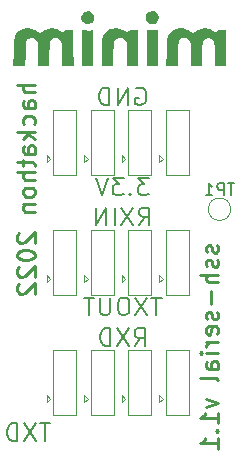
<source format=gbo>
G04 #@! TF.GenerationSoftware,KiCad,Pcbnew,6.0.10-86aedd382b~118~ubuntu22.04.1*
G04 #@! TF.CreationDate,2023-01-28T15:28:02-08:00*
G04 #@! TF.ProjectId,esp8266-dongle,65737038-3236-4362-9d64-6f6e676c652e,rev?*
G04 #@! TF.SameCoordinates,Original*
G04 #@! TF.FileFunction,Legend,Bot*
G04 #@! TF.FilePolarity,Positive*
%FSLAX46Y46*%
G04 Gerber Fmt 4.6, Leading zero omitted, Abs format (unit mm)*
G04 Created by KiCad (PCBNEW 6.0.10-86aedd382b~118~ubuntu22.04.1) date 2023-01-28 15:28:02*
%MOMM*%
%LPD*%
G01*
G04 APERTURE LIST*
%ADD10C,0.200000*%
%ADD11C,0.250000*%
%ADD12C,0.150000*%
%ADD13C,0.120000*%
G04 APERTURE END LIST*
D10*
X119490714Y-94428571D02*
X118633571Y-94428571D01*
X119062142Y-95928571D02*
X119062142Y-94428571D01*
X118276428Y-94428571D02*
X117276428Y-95928571D01*
X117276428Y-94428571D02*
X118276428Y-95928571D01*
X116419285Y-94428571D02*
X116133571Y-94428571D01*
X115990714Y-94500000D01*
X115847857Y-94642857D01*
X115776428Y-94928571D01*
X115776428Y-95428571D01*
X115847857Y-95714285D01*
X115990714Y-95857142D01*
X116133571Y-95928571D01*
X116419285Y-95928571D01*
X116562142Y-95857142D01*
X116705000Y-95714285D01*
X116776428Y-95428571D01*
X116776428Y-94928571D01*
X116705000Y-94642857D01*
X116562142Y-94500000D01*
X116419285Y-94428571D01*
X115133571Y-94428571D02*
X115133571Y-95642857D01*
X115062142Y-95785714D01*
X114990714Y-95857142D01*
X114847857Y-95928571D01*
X114562142Y-95928571D01*
X114419285Y-95857142D01*
X114347857Y-95785714D01*
X114276428Y-95642857D01*
X114276428Y-94428571D01*
X113776428Y-94428571D02*
X112919285Y-94428571D01*
X113347857Y-95928571D02*
X113347857Y-94428571D01*
X110042857Y-105078571D02*
X109185714Y-105078571D01*
X109614285Y-106578571D02*
X109614285Y-105078571D01*
X108828571Y-105078571D02*
X107828571Y-106578571D01*
X107828571Y-105078571D02*
X108828571Y-106578571D01*
X107257142Y-106578571D02*
X107257142Y-105078571D01*
X106900000Y-105078571D01*
X106685714Y-105150000D01*
X106542857Y-105292857D01*
X106471428Y-105435714D01*
X106400000Y-105721428D01*
X106400000Y-105935714D01*
X106471428Y-106221428D01*
X106542857Y-106364285D01*
X106685714Y-106507142D01*
X106900000Y-106578571D01*
X107257142Y-106578571D01*
X117205000Y-98528571D02*
X117705000Y-97814285D01*
X118062142Y-98528571D02*
X118062142Y-97028571D01*
X117490714Y-97028571D01*
X117347857Y-97100000D01*
X117276428Y-97171428D01*
X117205000Y-97314285D01*
X117205000Y-97528571D01*
X117276428Y-97671428D01*
X117347857Y-97742857D01*
X117490714Y-97814285D01*
X118062142Y-97814285D01*
X116705000Y-97028571D02*
X115705000Y-98528571D01*
X115705000Y-97028571D02*
X116705000Y-98528571D01*
X115133571Y-98528571D02*
X115133571Y-97028571D01*
X114776428Y-97028571D01*
X114562142Y-97100000D01*
X114419285Y-97242857D01*
X114347857Y-97385714D01*
X114276428Y-97671428D01*
X114276428Y-97885714D01*
X114347857Y-98171428D01*
X114419285Y-98314285D01*
X114562142Y-98457142D01*
X114776428Y-98528571D01*
X115133571Y-98528571D01*
X118419285Y-84268571D02*
X117490714Y-84268571D01*
X117990714Y-84840000D01*
X117776428Y-84840000D01*
X117633571Y-84911428D01*
X117562142Y-84982857D01*
X117490714Y-85125714D01*
X117490714Y-85482857D01*
X117562142Y-85625714D01*
X117633571Y-85697142D01*
X117776428Y-85768571D01*
X118205000Y-85768571D01*
X118347857Y-85697142D01*
X118419285Y-85625714D01*
X116847857Y-85625714D02*
X116776428Y-85697142D01*
X116847857Y-85768571D01*
X116919285Y-85697142D01*
X116847857Y-85625714D01*
X116847857Y-85768571D01*
X116276428Y-84268571D02*
X115347857Y-84268571D01*
X115847857Y-84840000D01*
X115633571Y-84840000D01*
X115490714Y-84911428D01*
X115419285Y-84982857D01*
X115347857Y-85125714D01*
X115347857Y-85482857D01*
X115419285Y-85625714D01*
X115490714Y-85697142D01*
X115633571Y-85768571D01*
X116062142Y-85768571D01*
X116205000Y-85697142D01*
X116276428Y-85625714D01*
X114919285Y-84268571D02*
X114419285Y-85768571D01*
X113919285Y-84268571D01*
X117597857Y-88308571D02*
X118097857Y-87594285D01*
X118455000Y-88308571D02*
X118455000Y-86808571D01*
X117883571Y-86808571D01*
X117740714Y-86880000D01*
X117669285Y-86951428D01*
X117597857Y-87094285D01*
X117597857Y-87308571D01*
X117669285Y-87451428D01*
X117740714Y-87522857D01*
X117883571Y-87594285D01*
X118455000Y-87594285D01*
X117097857Y-86808571D02*
X116097857Y-88308571D01*
X116097857Y-86808571D02*
X117097857Y-88308571D01*
X115526428Y-88308571D02*
X115526428Y-86808571D01*
X114812142Y-88308571D02*
X114812142Y-86808571D01*
X113955000Y-88308571D01*
X113955000Y-86808571D01*
D11*
X124207142Y-89992857D02*
X124278571Y-90135714D01*
X124278571Y-90421428D01*
X124207142Y-90564285D01*
X124064285Y-90635714D01*
X123992857Y-90635714D01*
X123850000Y-90564285D01*
X123778571Y-90421428D01*
X123778571Y-90207142D01*
X123707142Y-90064285D01*
X123564285Y-89992857D01*
X123492857Y-89992857D01*
X123350000Y-90064285D01*
X123278571Y-90207142D01*
X123278571Y-90421428D01*
X123350000Y-90564285D01*
X124207142Y-91207142D02*
X124278571Y-91350000D01*
X124278571Y-91635714D01*
X124207142Y-91778571D01*
X124064285Y-91850000D01*
X123992857Y-91850000D01*
X123850000Y-91778571D01*
X123778571Y-91635714D01*
X123778571Y-91421428D01*
X123707142Y-91278571D01*
X123564285Y-91207142D01*
X123492857Y-91207142D01*
X123350000Y-91278571D01*
X123278571Y-91421428D01*
X123278571Y-91635714D01*
X123350000Y-91778571D01*
X124278571Y-92492857D02*
X122778571Y-92492857D01*
X124278571Y-93135714D02*
X123492857Y-93135714D01*
X123350000Y-93064285D01*
X123278571Y-92921428D01*
X123278571Y-92707142D01*
X123350000Y-92564285D01*
X123421428Y-92492857D01*
X123707142Y-93850000D02*
X123707142Y-94992857D01*
X124207142Y-95635714D02*
X124278571Y-95778571D01*
X124278571Y-96064285D01*
X124207142Y-96207142D01*
X124064285Y-96278571D01*
X123992857Y-96278571D01*
X123850000Y-96207142D01*
X123778571Y-96064285D01*
X123778571Y-95850000D01*
X123707142Y-95707142D01*
X123564285Y-95635714D01*
X123492857Y-95635714D01*
X123350000Y-95707142D01*
X123278571Y-95850000D01*
X123278571Y-96064285D01*
X123350000Y-96207142D01*
X124207142Y-97492857D02*
X124278571Y-97350000D01*
X124278571Y-97064285D01*
X124207142Y-96921428D01*
X124064285Y-96850000D01*
X123492857Y-96850000D01*
X123350000Y-96921428D01*
X123278571Y-97064285D01*
X123278571Y-97350000D01*
X123350000Y-97492857D01*
X123492857Y-97564285D01*
X123635714Y-97564285D01*
X123778571Y-96850000D01*
X124278571Y-98207142D02*
X123278571Y-98207142D01*
X123564285Y-98207142D02*
X123421428Y-98278571D01*
X123350000Y-98350000D01*
X123278571Y-98492857D01*
X123278571Y-98635714D01*
X124278571Y-99135714D02*
X123278571Y-99135714D01*
X122778571Y-99135714D02*
X122850000Y-99064285D01*
X122921428Y-99135714D01*
X122850000Y-99207142D01*
X122778571Y-99135714D01*
X122921428Y-99135714D01*
X124278571Y-100492857D02*
X123492857Y-100492857D01*
X123350000Y-100421428D01*
X123278571Y-100278571D01*
X123278571Y-99992857D01*
X123350000Y-99850000D01*
X124207142Y-100492857D02*
X124278571Y-100350000D01*
X124278571Y-99992857D01*
X124207142Y-99850000D01*
X124064285Y-99778571D01*
X123921428Y-99778571D01*
X123778571Y-99850000D01*
X123707142Y-99992857D01*
X123707142Y-100350000D01*
X123635714Y-100492857D01*
X124278571Y-101421428D02*
X124207142Y-101278571D01*
X124064285Y-101207142D01*
X122778571Y-101207142D01*
X123278571Y-102992857D02*
X124278571Y-103350000D01*
X123278571Y-103707142D01*
X124278571Y-105064285D02*
X124278571Y-104207142D01*
X124278571Y-104635714D02*
X122778571Y-104635714D01*
X122992857Y-104492857D01*
X123135714Y-104350000D01*
X123207142Y-104207142D01*
X124135714Y-105707142D02*
X124207142Y-105778571D01*
X124278571Y-105707142D01*
X124207142Y-105635714D01*
X124135714Y-105707142D01*
X124278571Y-105707142D01*
X124278571Y-107207142D02*
X124278571Y-106350000D01*
X124278571Y-106778571D02*
X122778571Y-106778571D01*
X122992857Y-106635714D01*
X123135714Y-106492857D01*
X123207142Y-106350000D01*
D10*
X117347857Y-76720000D02*
X117490714Y-76648571D01*
X117705000Y-76648571D01*
X117919285Y-76720000D01*
X118062142Y-76862857D01*
X118133571Y-77005714D01*
X118205000Y-77291428D01*
X118205000Y-77505714D01*
X118133571Y-77791428D01*
X118062142Y-77934285D01*
X117919285Y-78077142D01*
X117705000Y-78148571D01*
X117562142Y-78148571D01*
X117347857Y-78077142D01*
X117276428Y-78005714D01*
X117276428Y-77505714D01*
X117562142Y-77505714D01*
X116633571Y-78148571D02*
X116633571Y-76648571D01*
X115776428Y-78148571D01*
X115776428Y-76648571D01*
X115062142Y-78148571D02*
X115062142Y-76648571D01*
X114705000Y-76648571D01*
X114490714Y-76720000D01*
X114347857Y-76862857D01*
X114276428Y-77005714D01*
X114205000Y-77291428D01*
X114205000Y-77505714D01*
X114276428Y-77791428D01*
X114347857Y-77934285D01*
X114490714Y-78077142D01*
X114705000Y-78148571D01*
X115062142Y-78148571D01*
D11*
X108755571Y-76395571D02*
X107255571Y-76395571D01*
X108755571Y-77038428D02*
X107969857Y-77038428D01*
X107827000Y-76967000D01*
X107755571Y-76824142D01*
X107755571Y-76609857D01*
X107827000Y-76467000D01*
X107898428Y-76395571D01*
X108755571Y-78395571D02*
X107969857Y-78395571D01*
X107827000Y-78324142D01*
X107755571Y-78181285D01*
X107755571Y-77895571D01*
X107827000Y-77752714D01*
X108684142Y-78395571D02*
X108755571Y-78252714D01*
X108755571Y-77895571D01*
X108684142Y-77752714D01*
X108541285Y-77681285D01*
X108398428Y-77681285D01*
X108255571Y-77752714D01*
X108184142Y-77895571D01*
X108184142Y-78252714D01*
X108112714Y-78395571D01*
X108684142Y-79752714D02*
X108755571Y-79609857D01*
X108755571Y-79324142D01*
X108684142Y-79181285D01*
X108612714Y-79109857D01*
X108469857Y-79038428D01*
X108041285Y-79038428D01*
X107898428Y-79109857D01*
X107827000Y-79181285D01*
X107755571Y-79324142D01*
X107755571Y-79609857D01*
X107827000Y-79752714D01*
X108755571Y-80395571D02*
X107255571Y-80395571D01*
X108184142Y-80538428D02*
X108755571Y-80967000D01*
X107755571Y-80967000D02*
X108327000Y-80395571D01*
X108755571Y-82252714D02*
X107969857Y-82252714D01*
X107827000Y-82181285D01*
X107755571Y-82038428D01*
X107755571Y-81752714D01*
X107827000Y-81609857D01*
X108684142Y-82252714D02*
X108755571Y-82109857D01*
X108755571Y-81752714D01*
X108684142Y-81609857D01*
X108541285Y-81538428D01*
X108398428Y-81538428D01*
X108255571Y-81609857D01*
X108184142Y-81752714D01*
X108184142Y-82109857D01*
X108112714Y-82252714D01*
X107755571Y-82752714D02*
X107755571Y-83324142D01*
X107255571Y-82967000D02*
X108541285Y-82967000D01*
X108684142Y-83038428D01*
X108755571Y-83181285D01*
X108755571Y-83324142D01*
X108755571Y-83824142D02*
X107255571Y-83824142D01*
X108755571Y-84467000D02*
X107969857Y-84467000D01*
X107827000Y-84395571D01*
X107755571Y-84252714D01*
X107755571Y-84038428D01*
X107827000Y-83895571D01*
X107898428Y-83824142D01*
X108755571Y-85395571D02*
X108684142Y-85252714D01*
X108612714Y-85181285D01*
X108469857Y-85109857D01*
X108041285Y-85109857D01*
X107898428Y-85181285D01*
X107827000Y-85252714D01*
X107755571Y-85395571D01*
X107755571Y-85609857D01*
X107827000Y-85752714D01*
X107898428Y-85824142D01*
X108041285Y-85895571D01*
X108469857Y-85895571D01*
X108612714Y-85824142D01*
X108684142Y-85752714D01*
X108755571Y-85609857D01*
X108755571Y-85395571D01*
X107755571Y-86538428D02*
X108755571Y-86538428D01*
X107898428Y-86538428D02*
X107827000Y-86609857D01*
X107755571Y-86752714D01*
X107755571Y-86967000D01*
X107827000Y-87109857D01*
X107969857Y-87181285D01*
X108755571Y-87181285D01*
X107398428Y-88967000D02*
X107327000Y-89038428D01*
X107255571Y-89181285D01*
X107255571Y-89538428D01*
X107327000Y-89681285D01*
X107398428Y-89752714D01*
X107541285Y-89824142D01*
X107684142Y-89824142D01*
X107898428Y-89752714D01*
X108755571Y-88895571D01*
X108755571Y-89824142D01*
X107255571Y-90752714D02*
X107255571Y-90895571D01*
X107327000Y-91038428D01*
X107398428Y-91109857D01*
X107541285Y-91181285D01*
X107827000Y-91252714D01*
X108184142Y-91252714D01*
X108469857Y-91181285D01*
X108612714Y-91109857D01*
X108684142Y-91038428D01*
X108755571Y-90895571D01*
X108755571Y-90752714D01*
X108684142Y-90609857D01*
X108612714Y-90538428D01*
X108469857Y-90467000D01*
X108184142Y-90395571D01*
X107827000Y-90395571D01*
X107541285Y-90467000D01*
X107398428Y-90538428D01*
X107327000Y-90609857D01*
X107255571Y-90752714D01*
X107398428Y-91824142D02*
X107327000Y-91895571D01*
X107255571Y-92038428D01*
X107255571Y-92395571D01*
X107327000Y-92538428D01*
X107398428Y-92609857D01*
X107541285Y-92681285D01*
X107684142Y-92681285D01*
X107898428Y-92609857D01*
X108755571Y-91752714D01*
X108755571Y-92681285D01*
X107398428Y-93252714D02*
X107327000Y-93324142D01*
X107255571Y-93467000D01*
X107255571Y-93824142D01*
X107327000Y-93967000D01*
X107398428Y-94038428D01*
X107541285Y-94109857D01*
X107684142Y-94109857D01*
X107898428Y-94038428D01*
X108755571Y-93181285D01*
X108755571Y-94109857D01*
D12*
G04 #@! TO.C,TP1*
X125661904Y-84754380D02*
X125090476Y-84754380D01*
X125376190Y-85754380D02*
X125376190Y-84754380D01*
X124757142Y-85754380D02*
X124757142Y-84754380D01*
X124376190Y-84754380D01*
X124280952Y-84802000D01*
X124233333Y-84849619D01*
X124185714Y-84944857D01*
X124185714Y-85087714D01*
X124233333Y-85182952D01*
X124280952Y-85230571D01*
X124376190Y-85278190D01*
X124757142Y-85278190D01*
X123233333Y-85754380D02*
X123804761Y-85754380D01*
X123519047Y-85754380D02*
X123519047Y-84754380D01*
X123614285Y-84897238D01*
X123709523Y-84992476D01*
X123804761Y-85040095D01*
D13*
G04 #@! TO.C,JP9*
X112275000Y-98850000D02*
X110325000Y-98850000D01*
X110325000Y-98850000D02*
X110325000Y-104350000D01*
X109775000Y-102700000D02*
X110075000Y-103000000D01*
X110325000Y-104350000D02*
X112275000Y-104350000D01*
X110075000Y-103000000D02*
X109775000Y-103300000D01*
X112275000Y-104350000D02*
X112275000Y-98850000D01*
X109775000Y-103300000D02*
X109775000Y-102700000D01*
G04 #@! TO.C,TP1*
X125350000Y-86950000D02*
G75*
G03*
X125350000Y-86950000I-950000J0D01*
G01*
G04 #@! TO.C,JP4*
X121800000Y-88690000D02*
X119850000Y-88690000D01*
X119300000Y-92540000D02*
X119600000Y-92840000D01*
X121800000Y-94190000D02*
X121800000Y-88690000D01*
X119850000Y-94190000D02*
X121800000Y-94190000D01*
X119300000Y-93140000D02*
X119300000Y-92540000D01*
X119600000Y-92840000D02*
X119300000Y-93140000D01*
X119850000Y-88690000D02*
X119850000Y-94190000D01*
G04 #@! TO.C,JP7*
X112950000Y-93140000D02*
X112950000Y-92540000D01*
X112950000Y-92540000D02*
X113250000Y-92840000D01*
X115450000Y-88690000D02*
X113500000Y-88690000D01*
X115450000Y-94190000D02*
X115450000Y-88690000D01*
X113500000Y-94190000D02*
X115450000Y-94190000D01*
X113250000Y-92840000D02*
X112950000Y-93140000D01*
X113500000Y-88690000D02*
X113500000Y-94190000D01*
G04 #@! TO.C,JP12*
X116425000Y-103000000D02*
X116125000Y-103300000D01*
X118625000Y-98850000D02*
X116675000Y-98850000D01*
X118625000Y-104350000D02*
X118625000Y-98850000D01*
X116675000Y-104350000D02*
X118625000Y-104350000D01*
X116675000Y-98850000D02*
X116675000Y-104350000D01*
X116125000Y-102700000D02*
X116425000Y-103000000D01*
X116125000Y-103300000D02*
X116125000Y-102700000D01*
G04 #@! TO.C,JP8*
X118625000Y-94190000D02*
X118625000Y-88690000D01*
X116425000Y-92840000D02*
X116125000Y-93140000D01*
X116125000Y-93140000D02*
X116125000Y-92540000D01*
X118625000Y-88690000D02*
X116675000Y-88690000D01*
X116675000Y-88690000D02*
X116675000Y-94190000D01*
X116125000Y-92540000D02*
X116425000Y-92840000D01*
X116675000Y-94190000D02*
X118625000Y-94190000D01*
G04 #@! TO.C,G\u002A\u002A\u002A*
G36*
X118852408Y-70203759D02*
G01*
X118994178Y-70257304D01*
X119117803Y-70352864D01*
X119213607Y-70492581D01*
X119255355Y-70612152D01*
X119266023Y-70781025D01*
X119225114Y-70942303D01*
X119136299Y-71083759D01*
X119003249Y-71193166D01*
X118924515Y-71226148D01*
X118783190Y-71252386D01*
X118633045Y-71252256D01*
X118501447Y-71224073D01*
X118380046Y-71156625D01*
X118262914Y-71036946D01*
X118185004Y-70888529D01*
X118156722Y-70726395D01*
X118162501Y-70644959D01*
X118209978Y-70491357D01*
X118297358Y-70366929D01*
X118414966Y-70273815D01*
X118553127Y-70214154D01*
X118702165Y-70190089D01*
X118852408Y-70203759D01*
G37*
G36*
X121512898Y-71658615D02*
G01*
X121748124Y-71761398D01*
X121984976Y-71920092D01*
X122169882Y-72064021D01*
X122304988Y-71931713D01*
X122371872Y-71871018D01*
X122570411Y-71739947D01*
X122797090Y-71657829D01*
X123058530Y-71621944D01*
X123243105Y-71621373D01*
X123447424Y-71650144D01*
X123637855Y-71717377D01*
X123836362Y-71828918D01*
X123907463Y-71873558D01*
X123988082Y-71916853D01*
X124040105Y-71930696D01*
X124075147Y-71919491D01*
X124156356Y-71863725D01*
X124286812Y-71794733D01*
X124422921Y-71754337D01*
X124582144Y-71738147D01*
X124781939Y-71741772D01*
X124962081Y-71751397D01*
X124969857Y-73305120D01*
X124977632Y-74858844D01*
X123986312Y-74858844D01*
X123986312Y-73867099D01*
X123986305Y-73801594D01*
X123985861Y-73525733D01*
X123984094Y-73301982D01*
X123980129Y-73123786D01*
X123973093Y-72984593D01*
X123962110Y-72877849D01*
X123946305Y-72796999D01*
X123924804Y-72735491D01*
X123896732Y-72686769D01*
X123861213Y-72644282D01*
X123817374Y-72601475D01*
X123689895Y-72511569D01*
X123536514Y-72459935D01*
X123380212Y-72455824D01*
X123232665Y-72497627D01*
X123105550Y-72583738D01*
X123010544Y-72712550D01*
X123005509Y-72722809D01*
X122990115Y-72759371D01*
X122977736Y-72802332D01*
X122967959Y-72858399D01*
X122960373Y-72934278D01*
X122954565Y-73036673D01*
X122950122Y-73172292D01*
X122946631Y-73347840D01*
X122943682Y-73570022D01*
X122940860Y-73845546D01*
X122931223Y-74858844D01*
X121974728Y-74858844D01*
X121974069Y-73875569D01*
X121973716Y-73633140D01*
X121972685Y-73407895D01*
X121970651Y-73229889D01*
X121967267Y-73092307D01*
X121962188Y-72988333D01*
X121955066Y-72911150D01*
X121945555Y-72853945D01*
X121933310Y-72809900D01*
X121917982Y-72772201D01*
X121860553Y-72672331D01*
X121740219Y-72552516D01*
X121584110Y-72480803D01*
X121391825Y-72456952D01*
X121390534Y-72456954D01*
X121228657Y-72485444D01*
X121091485Y-72566766D01*
X120987340Y-72696002D01*
X120968195Y-72731306D01*
X120952606Y-72766442D01*
X120940380Y-72807692D01*
X120931062Y-72861797D01*
X120924200Y-72935498D01*
X120919341Y-73035538D01*
X120916031Y-73168658D01*
X120913818Y-73341599D01*
X120912248Y-73561104D01*
X120910868Y-73833914D01*
X120906064Y-74843832D01*
X120399938Y-74852085D01*
X119893813Y-74860338D01*
X119913433Y-73741210D01*
X119918660Y-73483689D01*
X119925041Y-73236903D01*
X119932226Y-73011251D01*
X119939911Y-72814518D01*
X119947791Y-72654482D01*
X119955562Y-72538927D01*
X119962920Y-72475633D01*
X119999530Y-72336854D01*
X120102806Y-72111522D01*
X120251020Y-71924622D01*
X120441742Y-71778293D01*
X120672540Y-71674673D01*
X120940981Y-71615899D01*
X121006611Y-71608918D01*
X121269119Y-71608777D01*
X121512898Y-71658615D01*
G37*
G36*
X119185075Y-72539517D02*
G01*
X119185357Y-72609920D01*
X119187006Y-72881451D01*
X119189552Y-73184979D01*
X119192776Y-73498822D01*
X119196463Y-73801297D01*
X119200395Y-74070723D01*
X119213171Y-74858844D01*
X118221773Y-74858844D01*
X118221773Y-71796432D01*
X119182530Y-71796432D01*
X119185075Y-72539517D01*
G37*
G36*
X108551273Y-71652187D02*
G01*
X108797737Y-71756462D01*
X109043993Y-71919234D01*
X109228105Y-72062305D01*
X109372470Y-71927269D01*
X109460231Y-71851625D01*
X109654181Y-71729207D01*
X109869154Y-71654447D01*
X110118341Y-71621944D01*
X110302916Y-71621373D01*
X110507235Y-71650144D01*
X110697666Y-71717377D01*
X110896173Y-71828918D01*
X110967274Y-71873558D01*
X111047893Y-71916853D01*
X111099916Y-71930696D01*
X111134958Y-71919491D01*
X111216167Y-71863725D01*
X111346623Y-71794733D01*
X111482732Y-71754337D01*
X111641955Y-71738147D01*
X111841750Y-71741772D01*
X112021892Y-71751397D01*
X112029668Y-73305120D01*
X112037444Y-74858844D01*
X111037926Y-74858844D01*
X111052885Y-73935617D01*
X111055011Y-73796974D01*
X111057949Y-73526731D01*
X111057767Y-73307006D01*
X111053737Y-73131234D01*
X111045126Y-72992851D01*
X111031205Y-72885292D01*
X111011242Y-72801993D01*
X110984508Y-72736389D01*
X110950270Y-72681917D01*
X110907800Y-72632011D01*
X110819200Y-72554133D01*
X110666682Y-72480704D01*
X110484144Y-72457065D01*
X110466093Y-72457338D01*
X110306899Y-72487730D01*
X110178610Y-72569337D01*
X110079072Y-72703470D01*
X110063791Y-72733077D01*
X110048159Y-72769535D01*
X110035763Y-72812027D01*
X110026139Y-72867305D01*
X110018825Y-72942120D01*
X110013356Y-73043222D01*
X110009270Y-73177365D01*
X110006103Y-73351299D01*
X110003391Y-73571775D01*
X110000671Y-73845546D01*
X109991034Y-74858844D01*
X109034539Y-74858844D01*
X109033880Y-73875569D01*
X109033527Y-73633140D01*
X109032496Y-73407895D01*
X109030462Y-73229889D01*
X109027078Y-73092307D01*
X109021999Y-72988333D01*
X109014877Y-72911150D01*
X109005366Y-72853945D01*
X108993121Y-72809900D01*
X108977793Y-72772201D01*
X108976340Y-72769072D01*
X108876566Y-72618931D01*
X108744244Y-72515674D01*
X108587514Y-72462110D01*
X108414519Y-72461048D01*
X108233398Y-72515300D01*
X108185808Y-72537530D01*
X108136009Y-72565635D01*
X108095880Y-72599704D01*
X108064261Y-72645746D01*
X108039991Y-72709770D01*
X108021910Y-72797784D01*
X108008856Y-72915798D01*
X107999670Y-73069819D01*
X107993191Y-73265857D01*
X107988259Y-73509920D01*
X107983712Y-73808016D01*
X107968700Y-74843832D01*
X107461758Y-74852082D01*
X106954815Y-74860332D01*
X106976330Y-73756219D01*
X106977287Y-73707426D01*
X106983829Y-73398292D01*
X106990524Y-73141775D01*
X106997986Y-72931377D01*
X107006831Y-72760598D01*
X107017677Y-72622938D01*
X107031139Y-72511898D01*
X107047833Y-72420978D01*
X107068375Y-72343680D01*
X107093382Y-72273503D01*
X107123469Y-72203948D01*
X107148198Y-72152734D01*
X107257733Y-71977813D01*
X107392606Y-71841766D01*
X107560795Y-71739403D01*
X107770276Y-71665536D01*
X108029029Y-71614977D01*
X108039196Y-71613570D01*
X108299970Y-71605019D01*
X108551273Y-71652187D01*
G37*
G36*
X115757282Y-71617454D02*
G01*
X116007847Y-71663814D01*
X116252282Y-71753650D01*
X116482717Y-71888152D01*
X116571277Y-71951212D01*
X116660598Y-71876053D01*
X116725227Y-71832905D01*
X116874666Y-71776461D01*
X117062114Y-71745060D01*
X117276029Y-71741232D01*
X117486194Y-71751397D01*
X117493970Y-73305120D01*
X117501746Y-74858844D01*
X116574686Y-74858844D01*
X116565074Y-73830534D01*
X116563866Y-73704323D01*
X116561101Y-73450954D01*
X116558073Y-73248324D01*
X116554384Y-73089924D01*
X116549633Y-72969246D01*
X116543422Y-72879781D01*
X116535351Y-72815020D01*
X116525023Y-72768456D01*
X116512037Y-72733579D01*
X116495994Y-72703882D01*
X116424188Y-72619273D01*
X116293996Y-72533666D01*
X116133135Y-72477287D01*
X115956599Y-72456999D01*
X115830749Y-72464287D01*
X115686038Y-72502948D01*
X115578691Y-72579020D01*
X115499886Y-72697141D01*
X115491021Y-72716214D01*
X115471805Y-72765407D01*
X115456964Y-72821983D01*
X115445624Y-72894720D01*
X115436914Y-72992393D01*
X115429962Y-73123779D01*
X115423896Y-73297653D01*
X115417844Y-73522792D01*
X115416369Y-73582961D01*
X115411311Y-73806698D01*
X115406899Y-74028369D01*
X115403386Y-74233484D01*
X115401026Y-74407554D01*
X115400074Y-74536089D01*
X115399551Y-74858844D01*
X114437193Y-74858844D01*
X114442711Y-73950628D01*
X114443691Y-73801766D01*
X114446652Y-73471595D01*
X114450685Y-73193623D01*
X114456192Y-72962258D01*
X114463572Y-72771905D01*
X114473226Y-72616970D01*
X114485555Y-72491860D01*
X114500958Y-72390980D01*
X114519837Y-72308738D01*
X114542591Y-72239538D01*
X114569622Y-72177786D01*
X114687952Y-71996075D01*
X114851119Y-71842933D01*
X115047506Y-71727308D01*
X115269242Y-71650392D01*
X115508457Y-71613377D01*
X115757282Y-71617454D01*
G37*
G36*
X113329509Y-70202605D02*
G01*
X113499630Y-70250472D01*
X113639339Y-70349838D01*
X113746228Y-70499166D01*
X113746642Y-70499975D01*
X113771452Y-70587719D01*
X113781336Y-70706120D01*
X113775781Y-70827891D01*
X113754272Y-70925747D01*
X113740620Y-70955143D01*
X113668342Y-71054899D01*
X113568598Y-71148308D01*
X113463026Y-71213959D01*
X113447504Y-71220130D01*
X113350189Y-71244396D01*
X113244391Y-71254832D01*
X113125791Y-71244567D01*
X112968571Y-71190590D01*
X112840664Y-71098530D01*
X112746763Y-70977626D01*
X112691565Y-70837119D01*
X112679765Y-70686249D01*
X112716058Y-70534257D01*
X112805140Y-70390382D01*
X112931065Y-70279587D01*
X113086678Y-70215047D01*
X113274898Y-70198578D01*
X113329509Y-70202605D01*
G37*
G36*
X113718227Y-74858844D02*
G01*
X112757471Y-74858844D01*
X112757471Y-73295591D01*
X112757522Y-73022337D01*
X112757822Y-72719018D01*
X112758536Y-72467367D01*
X112759823Y-72262661D01*
X112761844Y-72100177D01*
X112764760Y-71975192D01*
X112768730Y-71882982D01*
X112773915Y-71818825D01*
X112780475Y-71777997D01*
X112788571Y-71755775D01*
X112798363Y-71747437D01*
X112810012Y-71748258D01*
X113070371Y-71808162D01*
X113322617Y-71822021D01*
X113561566Y-71785819D01*
X113718227Y-71745181D01*
X113718227Y-74858844D01*
G37*
G04 #@! TO.C,JP5*
X113500000Y-78530000D02*
X113500000Y-84030000D01*
X112950000Y-82380000D02*
X113250000Y-82680000D01*
X113500000Y-84030000D02*
X115450000Y-84030000D01*
X113250000Y-82680000D02*
X112950000Y-82980000D01*
X115450000Y-78530000D02*
X113500000Y-78530000D01*
X115450000Y-84030000D02*
X115450000Y-78530000D01*
X112950000Y-82980000D02*
X112950000Y-82380000D01*
G04 #@! TO.C,JP3*
X110325000Y-88690000D02*
X110325000Y-94190000D01*
X109775000Y-93140000D02*
X109775000Y-92540000D01*
X112275000Y-94190000D02*
X112275000Y-88690000D01*
X110075000Y-92840000D02*
X109775000Y-93140000D01*
X112275000Y-88690000D02*
X110325000Y-88690000D01*
X109775000Y-92540000D02*
X110075000Y-92840000D01*
X110325000Y-94190000D02*
X112275000Y-94190000D01*
G04 #@! TO.C,JP10*
X119600000Y-103000000D02*
X119300000Y-103300000D01*
X119300000Y-102700000D02*
X119600000Y-103000000D01*
X121800000Y-104350000D02*
X121800000Y-98850000D01*
X119850000Y-104350000D02*
X121800000Y-104350000D01*
X121800000Y-98850000D02*
X119850000Y-98850000D01*
X119300000Y-103300000D02*
X119300000Y-102700000D01*
X119850000Y-98850000D02*
X119850000Y-104350000D01*
G04 #@! TO.C,JP6*
X116125000Y-82380000D02*
X116425000Y-82680000D01*
X116125000Y-82980000D02*
X116125000Y-82380000D01*
X116675000Y-78530000D02*
X116675000Y-84030000D01*
X116425000Y-82680000D02*
X116125000Y-82980000D01*
X116675000Y-84030000D02*
X118625000Y-84030000D01*
X118625000Y-78530000D02*
X116675000Y-78530000D01*
X118625000Y-84030000D02*
X118625000Y-78530000D01*
G04 #@! TO.C,JP11*
X112950000Y-102700000D02*
X113250000Y-103000000D01*
X113250000Y-103000000D02*
X112950000Y-103300000D01*
X113500000Y-98850000D02*
X113500000Y-104350000D01*
X115450000Y-98850000D02*
X113500000Y-98850000D01*
X115450000Y-104350000D02*
X115450000Y-98850000D01*
X113500000Y-104350000D02*
X115450000Y-104350000D01*
X112950000Y-103300000D02*
X112950000Y-102700000D01*
G04 #@! TO.C,JP2*
X121800000Y-78530000D02*
X119850000Y-78530000D01*
X119600000Y-82680000D02*
X119300000Y-82980000D01*
X119300000Y-82980000D02*
X119300000Y-82380000D01*
X119850000Y-78530000D02*
X119850000Y-84030000D01*
X119300000Y-82380000D02*
X119600000Y-82680000D01*
X119850000Y-84030000D02*
X121800000Y-84030000D01*
X121800000Y-84030000D02*
X121800000Y-78530000D01*
G04 #@! TO.C,JP1*
X110325000Y-84030000D02*
X112275000Y-84030000D01*
X112275000Y-84030000D02*
X112275000Y-78530000D01*
X109775000Y-82380000D02*
X110075000Y-82680000D01*
X112275000Y-78530000D02*
X110325000Y-78530000D01*
X109775000Y-82980000D02*
X109775000Y-82380000D01*
X110075000Y-82680000D02*
X109775000Y-82980000D01*
X110325000Y-78530000D02*
X110325000Y-84030000D01*
G04 #@! TD*
M02*

</source>
